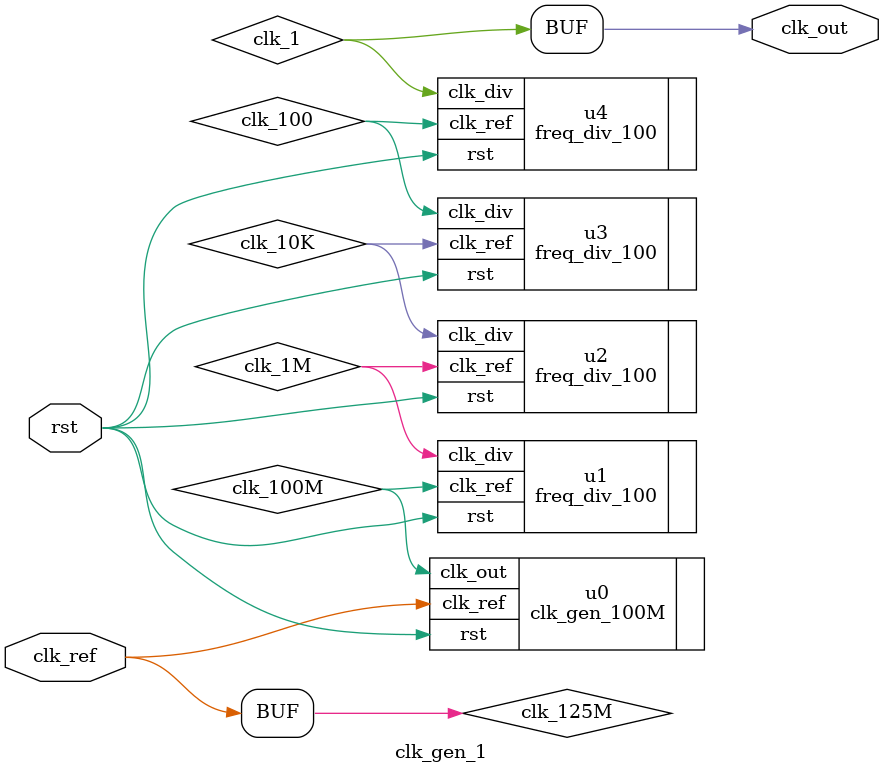
<source format=v>
`timescale 1ns / 1ps

module clk_gen_1(
    input   clk_ref,
    input   rst,
    output  clk_out
    );

    wire    clk_125M = clk_ref;
    wire    clk_100M, clk_1M, clk_10M, clk_100, clk_1;

    clk_gen_100M u0 (.clk_ref(clk_125M), .rst(rst), .clk_out(clk_100M));
    freq_div_100 u1 (.clk_ref(clk_100M), .rst(rst), .clk_div(clk_1M));
    freq_div_100 u2 (.clk_ref(clk_1M), .rst(rst), .clk_div(clk_10K));
    freq_div_100 u3 (.clk_ref(clk_10K), .rst(rst), .clk_div(clk_100));
    freq_div_100 u4 (.clk_ref(clk_100), .rst(rst), .clk_div(clk_1));
    
    assign  clk_out = clk_1;
endmodule

</source>
